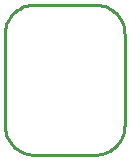
<source format=gbr>
G04 EAGLE Gerber RS-274X export*
G75*
%MOMM*%
%FSLAX34Y34*%
%LPD*%
%IN*%
%IPPOS*%
%AMOC8*
5,1,8,0,0,1.08239X$1,22.5*%
G01*
%ADD10C,0.254000*%


D10*
X0Y25400D02*
X97Y23186D01*
X386Y20989D01*
X865Y18826D01*
X1532Y16713D01*
X2380Y14666D01*
X3403Y12700D01*
X4594Y10831D01*
X5942Y9073D01*
X7440Y7440D01*
X9073Y5942D01*
X10831Y4594D01*
X12700Y3403D01*
X14666Y2380D01*
X16713Y1532D01*
X18826Y865D01*
X20989Y386D01*
X23186Y97D01*
X25400Y0D01*
X76200Y0D01*
X78414Y97D01*
X80611Y386D01*
X82774Y865D01*
X84887Y1532D01*
X86935Y2380D01*
X88900Y3403D01*
X90769Y4594D01*
X92527Y5942D01*
X94161Y7440D01*
X95658Y9073D01*
X97006Y10831D01*
X98197Y12700D01*
X99220Y14666D01*
X100068Y16713D01*
X100735Y18826D01*
X101214Y20989D01*
X101503Y23186D01*
X101600Y25400D01*
X101600Y101600D01*
X101503Y103814D01*
X101214Y106011D01*
X100735Y108174D01*
X100068Y110287D01*
X99220Y112335D01*
X98197Y114300D01*
X97006Y116169D01*
X95658Y117927D01*
X94161Y119561D01*
X92527Y121058D01*
X90769Y122406D01*
X88900Y123597D01*
X86935Y124620D01*
X84887Y125468D01*
X82774Y126135D01*
X80611Y126614D01*
X78414Y126903D01*
X76200Y127000D01*
X25400Y127000D01*
X23186Y126903D01*
X20989Y126614D01*
X18826Y126135D01*
X16713Y125468D01*
X14666Y124620D01*
X12700Y123597D01*
X10831Y122406D01*
X9073Y121058D01*
X7440Y119561D01*
X5942Y117927D01*
X4594Y116169D01*
X3403Y114300D01*
X2380Y112335D01*
X1532Y110287D01*
X865Y108174D01*
X386Y106011D01*
X97Y103814D01*
X0Y101600D01*
X0Y25400D01*
M02*

</source>
